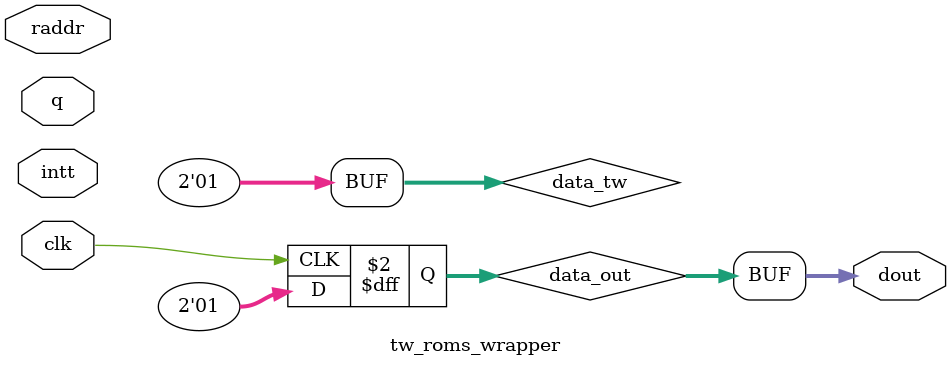
<source format=v>
`timescale 1ns / 1ps

module tw_roms_wrapper
#(
    parameter LOGQ       = 0,
    parameter LOGN       = 0,
    parameter IS_Q_FIXED = 0,
    parameter Q          = 0,
    parameter DELAY_ADD  = 0,
    parameter DELAY_SUB  = 0,
    parameter DELAY_MUL  = 0,
    parameter   DSP_W    = 0,
    parameter   DSP_H    = 0,
    parameter DELAY_RED  = 0,
    parameter   TYPE_RED = 0,
    parameter   W        = 0,
    parameter   L        = 0,
    parameter   MULLAT   = 0,
    parameter   ADDPIP   = 0,
    parameter   R_w      = 0,
    parameter DELAY_DIV2 = 0,
    parameter DELAY_BRAM = 0,
    parameter DELAY_BROM = 0,
    parameter DELAY_FIFO = 0,
    parameter BTF_GS     = 0,
    // specific
    parameter STAGE      = 0
)(
    input               clk,
    input               intt,
    input  [LOGQ-1:0]   q,
    input  [LOGN-1:0]   raddr, 
    output [LOGQ-1:0]   dout
);
    wire [LOGQ-1:0] data_tw;
    reg [LOGQ-1:0] data_out;
    
    generate
        if (STAGE==11) begin
            tw_rom_11 #(LOGN, LOGQ, DELAY_BROM, STAGE) tw11 (clk, raddr, data_tw);
        end
        if (STAGE==10) begin
            tw_rom_10 #(LOGN, LOGQ, DELAY_BROM, STAGE) tw10 (clk, raddr, data_tw);
        end
        if (STAGE==9) begin
            tw_rom_9  #(LOGN, LOGQ, DELAY_BROM, STAGE) tw9  (clk, raddr, data_tw);
        end
        if (STAGE==8) begin
            tw_rom_8  #(LOGN, LOGQ, DELAY_BROM, STAGE) tw8  (clk, raddr, data_tw);
        end
        if (STAGE==7) begin
            tw_rom_7  #(LOGN, LOGQ, DELAY_BROM, STAGE) tw7  (clk, raddr, data_tw);
        end
        if (STAGE==6) begin
            tw_rom_6  #(LOGN, LOGQ, DELAY_BROM, STAGE) tw6  (clk, raddr, data_tw);
        end
        if (STAGE==5) begin
            tw_rom_5  #(LOGN, LOGQ, DELAY_BROM, STAGE) tw5  (clk, raddr, data_tw);
        end
        if (STAGE==4) begin
            tw_rom_4  #(LOGN, LOGQ, DELAY_BROM, STAGE) tw4  (clk, raddr, data_tw);
        end
        if (STAGE==3) begin
            tw_rom_3  #(LOGN, LOGQ, DELAY_BROM, STAGE) tw3  (clk, raddr, data_tw);
        end
        if (STAGE==2) begin
            tw_rom_2  #(LOGN, LOGQ, DELAY_BROM, STAGE) tw2  (clk, raddr, data_tw);
        end
        if (STAGE==1) begin
            tw_rom_1  #(LOGN, LOGQ, DELAY_BROM, STAGE) tw1  (clk, raddr, data_tw);
        end
        if (STAGE==0) begin
            // tw_rom_0  #(LOGN, LOGQ, DELAY_BROM, STAGE) tw0  (clk, raddr, data_tw);
            assign data_tw = 1;
        end
    
        // inverse NTT tiddle factor optimization to reduce twiddle rom usage
        always @(posedge clk) begin
            if (STAGE==0) begin
                if (TYPE_RED) begin
                    data_out = R_w;
                end
                else begin
                    data_out = 1;
                end
            end
            else begin
                if (TYPE_RED) begin
                    // TODO change check==1 to ==R_w
                    data_out = (intt) ? (data_tw==R_w) ? data_tw : (q - data_tw)
                                      : data_tw;
                end
                else begin
                    data_out = (intt) ? (data_tw==1) ? data_tw : (q - data_tw)
                                      : data_tw;
              end
            end
        end
    endgenerate
    
    assign dout = data_out; 
    
endmodule
</source>
